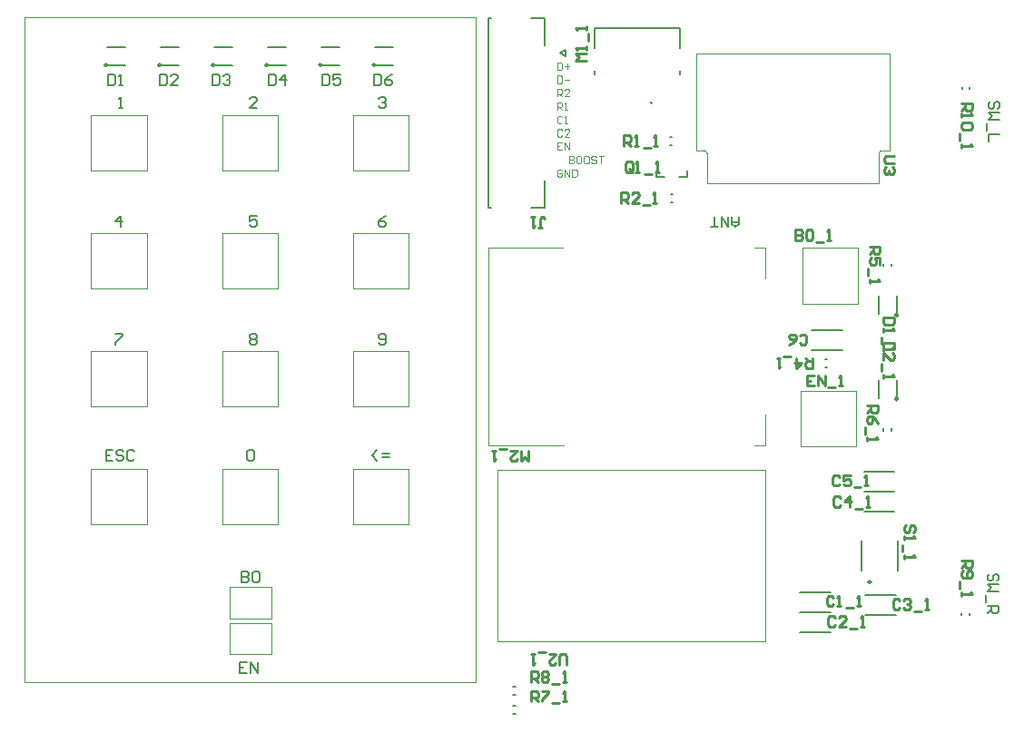
<source format=gto>
G04*
G04 #@! TF.GenerationSoftware,Altium Limited,Altium Designer,21.2.1 (34)*
G04*
G04 Layer_Color=65535*
%FSLAX43Y43*%
%MOMM*%
G71*
G04*
G04 #@! TF.SameCoordinates,D37F3DA0-8DBA-475A-B69E-14A0DF471598*
G04*
G04*
G04 #@! TF.FilePolarity,Positive*
G04*
G01*
G75*
%ADD10C,0.100*%
%ADD11C,0.250*%
%ADD12C,0.200*%
%ADD13C,0.127*%
%ADD14C,0.120*%
%ADD15C,0.254*%
D10*
X62318Y60630D02*
G03*
X62318Y60630I-100J0D01*
G01*
X83808Y56188D02*
G03*
X83488Y55868I0J-320D01*
G01*
X67418D02*
G03*
X67098Y56188I-320J0D01*
G01*
X3822Y6580D02*
X45822D01*
X3822Y68580D02*
X45822D01*
Y6580D02*
Y68580D01*
X3822Y6580D02*
Y68580D01*
X76311Y41877D02*
X81511D01*
X76311Y47077D02*
X81511D01*
Y41877D02*
Y47077D01*
X76311Y41877D02*
Y47077D01*
X76136Y28527D02*
X81336D01*
X76136Y33727D02*
X81336D01*
Y28527D02*
Y33727D01*
X76136Y28527D02*
Y33727D01*
X71863Y47112D02*
X72863D01*
Y44247D02*
Y47112D01*
X72868Y28682D02*
Y31554D01*
X71868Y28682D02*
X72868D01*
X47011Y28689D02*
X54038D01*
X47011D02*
Y29844D01*
Y47097D02*
X47011Y29844D01*
X47011Y47097D02*
X54021D01*
X47902Y10361D02*
Y26361D01*
X72902Y10361D02*
Y26361D01*
X47902D02*
X72902D01*
X47902Y10361D02*
X72902D01*
X83488Y53138D02*
Y55868D01*
X83808Y56188D02*
X84468D01*
Y65218D01*
X66438D02*
X84468D01*
X67418Y53138D02*
Y55868D01*
X66438Y56188D02*
X67098D01*
X66438D02*
Y65218D01*
X67418Y53138D02*
X83488D01*
X26786Y12499D02*
Y15399D01*
X22886Y12499D02*
Y15399D01*
Y12499D02*
X26786D01*
X22886Y15399D02*
X26786D01*
X22886Y12046D02*
X26786D01*
X22886Y9146D02*
X26786D01*
X22886D02*
Y12046D01*
X26786Y9146D02*
Y12046D01*
X34405Y21272D02*
Y26472D01*
X39605Y21272D02*
Y26472D01*
X34405D02*
X39605D01*
X34405Y21272D02*
X39605D01*
X22205D02*
X27405D01*
X22205Y26472D02*
X27405D01*
Y21272D02*
Y26472D01*
X22205Y21272D02*
Y26472D01*
X10000Y21272D02*
X15200D01*
X10000Y26472D02*
X15200D01*
Y21272D02*
Y26472D01*
X10000Y21272D02*
Y26472D01*
X34405Y32280D02*
X39605D01*
X34405Y37480D02*
X39605D01*
Y32280D02*
Y37480D01*
X34405Y32280D02*
Y37480D01*
X22200Y32280D02*
X27400D01*
X22200Y37480D02*
X27400D01*
Y32280D02*
Y37480D01*
X22200Y32280D02*
Y37480D01*
X10000Y32280D02*
X15200D01*
X10000Y37480D02*
X15200D01*
Y32280D02*
Y37480D01*
X10000Y32280D02*
Y37480D01*
X34405Y43285D02*
X39605D01*
X34405Y48485D02*
X39605D01*
Y43285D02*
Y48485D01*
X34405Y43285D02*
Y48485D01*
X22200Y43285D02*
X27400D01*
X22200Y48485D02*
X27400D01*
Y43285D02*
Y48485D01*
X22200Y43285D02*
Y48485D01*
X10000Y43285D02*
X15200D01*
X10000Y48485D02*
X15200D01*
Y43285D02*
Y48485D01*
X10000Y43285D02*
Y48485D01*
X34410Y54297D02*
X39610D01*
X34410Y59497D02*
X39610D01*
Y54297D02*
Y59497D01*
X34410Y54297D02*
Y59497D01*
X22205Y54297D02*
X27405D01*
X22205Y59497D02*
X27405D01*
Y54297D02*
Y59497D01*
X22205Y54297D02*
Y59497D01*
X10005Y54297D02*
X15205D01*
X10005Y59497D02*
X15205D01*
Y54297D02*
Y59497D01*
X10005Y54297D02*
Y59497D01*
D11*
X82722Y15903D02*
G03*
X82722Y15903I-125J0D01*
G01*
X85236Y40822D02*
G03*
X85236Y40822I-125J0D01*
G01*
X85233Y32990D02*
G03*
X85233Y32990I-125J0D01*
G01*
X36511Y64153D02*
G03*
X36511Y64153I-125J0D01*
G01*
X31515Y64153D02*
G03*
X31515Y64153I-125J0D01*
G01*
X26511Y64153D02*
G03*
X26511Y64153I-125J0D01*
G01*
X21515Y64153D02*
G03*
X21515Y64153I-125J0D01*
G01*
X16515Y64153D02*
G03*
X16515Y64153I-125J0D01*
G01*
X11515D02*
G03*
X11515Y64153I-125J0D01*
G01*
D12*
X76092Y14956D02*
X78950D01*
X76092Y13088D02*
X78950D01*
X76092Y13051D02*
X78950D01*
X76092Y11183D02*
X78950D01*
X82182Y12813D02*
X85040D01*
X82182Y14681D02*
X85040D01*
X82067Y24331D02*
X84925D01*
X82067Y22463D02*
X84925D01*
X82057Y26204D02*
X84915D01*
X82057Y24336D02*
X84915D01*
X77207Y39426D02*
X80065D01*
X77207Y37558D02*
X80065D01*
X64919Y63317D02*
Y63617D01*
Y65717D02*
Y67617D01*
X56919Y65717D02*
Y67617D01*
X64919D01*
X56919Y63317D02*
Y63617D01*
X78417Y36707D02*
X78617D01*
X78417Y35957D02*
X78617D01*
X81847Y16989D02*
Y19789D01*
X85247Y16989D02*
Y19789D01*
X85118Y40886D02*
Y42586D01*
X83418Y40886D02*
Y42586D01*
X85115Y33054D02*
Y34754D01*
X83415Y33054D02*
Y34754D01*
X83876Y45388D02*
Y45588D01*
X84626Y45388D02*
Y45588D01*
X84631Y30026D02*
Y30226D01*
X83881Y30026D02*
Y30226D01*
X49352Y3621D02*
X49552D01*
X49352Y4371D02*
X49552D01*
X91930Y12796D02*
Y12996D01*
X91180Y12796D02*
Y12996D01*
X91206Y61931D02*
Y62131D01*
X91956Y61931D02*
Y62131D01*
X65589Y53679D02*
Y54302D01*
X62689Y53679D02*
X63490D01*
X64787D02*
X65589D01*
X62689D02*
Y54302D01*
X63982Y56682D02*
X64182D01*
X63982Y57432D02*
X64182D01*
X64042Y52071D02*
X64242D01*
X64042Y51321D02*
X64242D01*
X49352Y6099D02*
X49552D01*
X49352Y5349D02*
X49552D01*
X36450Y65846D02*
X38150D01*
X36450Y64146D02*
X38150D01*
X31454Y64146D02*
X33154D01*
X31454Y65846D02*
X33154D01*
X26450Y64146D02*
X28150D01*
X26450Y65846D02*
X28150D01*
X21454Y64146D02*
X23154D01*
X21454Y65846D02*
X23154D01*
X16454Y64146D02*
X18154D01*
X16454Y65846D02*
X18154D01*
X11454Y64146D02*
X13154D01*
X11454Y65846D02*
X13154D01*
X70441Y50012D02*
Y49346D01*
X70108Y49013D01*
X69775Y49346D01*
Y50012D01*
Y49513D01*
X70441D01*
X69441Y50012D02*
Y49013D01*
X68775Y50012D01*
Y49013D01*
X68442D02*
X67775D01*
X68108D01*
Y50012D01*
X94479Y15990D02*
X94645Y16156D01*
Y16489D01*
X94479Y16656D01*
X94312D01*
X94145Y16489D01*
Y16156D01*
X93979Y15990D01*
X93812D01*
X93646Y16156D01*
Y16489D01*
X93812Y16656D01*
X94645Y15656D02*
X93646D01*
X93979Y15323D01*
X93646Y14990D01*
X94645D01*
X93479Y14657D02*
Y13990D01*
X93646Y13657D02*
X94645D01*
Y13157D01*
X94479Y12991D01*
X94145D01*
X93979Y13157D01*
Y13657D01*
Y13324D02*
X93646Y12991D01*
X94509Y60049D02*
X94676Y60216D01*
Y60549D01*
X94509Y60715D01*
X94343D01*
X94176Y60549D01*
Y60216D01*
X94010Y60049D01*
X93843D01*
X93676Y60216D01*
Y60549D01*
X93843Y60715D01*
X94676Y59716D02*
X93676D01*
X94010Y59383D01*
X93676Y59049D01*
X94676D01*
X93510Y58716D02*
Y58050D01*
X94676Y57716D02*
X93676D01*
Y57050D01*
X24034Y16857D02*
Y15858D01*
X24533D01*
X24700Y16024D01*
Y16191D01*
X24533Y16358D01*
X24034D01*
X24533D01*
X24700Y16524D01*
Y16691D01*
X24533Y16857D01*
X24034D01*
X25533D02*
X25200D01*
X25033Y16691D01*
Y16024D01*
X25200Y15858D01*
X25533D01*
X25700Y16024D01*
Y16691D01*
X25533Y16857D01*
X24548Y8425D02*
X23881D01*
Y7425D01*
X24548D01*
X23881Y7925D02*
X24214D01*
X24881Y7425D02*
Y8425D01*
X25547Y7425D01*
Y8425D01*
X36403Y63263D02*
Y62264D01*
X36903D01*
X37070Y62430D01*
Y63097D01*
X36903Y63263D01*
X36403D01*
X38069D02*
X37736Y63097D01*
X37403Y62763D01*
Y62430D01*
X37570Y62264D01*
X37903D01*
X38069Y62430D01*
Y62597D01*
X37903Y62763D01*
X37403D01*
X31552Y63263D02*
Y62264D01*
X32052D01*
X32218Y62430D01*
Y63097D01*
X32052Y63263D01*
X31552D01*
X33218D02*
X32552D01*
Y62763D01*
X32885Y62930D01*
X33051D01*
X33218Y62763D01*
Y62430D01*
X33051Y62264D01*
X32718D01*
X32552Y62430D01*
X26548Y63263D02*
Y62264D01*
X27048D01*
X27215Y62430D01*
Y63097D01*
X27048Y63263D01*
X26548D01*
X28048Y62264D02*
Y63263D01*
X27548Y62763D01*
X28214D01*
X21290Y63263D02*
Y62264D01*
X21790D01*
X21957Y62430D01*
Y63097D01*
X21790Y63263D01*
X21290D01*
X22290Y63097D02*
X22457Y63263D01*
X22790D01*
X22956Y63097D01*
Y62930D01*
X22790Y62763D01*
X22623D01*
X22790D01*
X22956Y62597D01*
Y62430D01*
X22790Y62264D01*
X22457D01*
X22290Y62430D01*
X16388Y63263D02*
Y62264D01*
X16888D01*
X17055Y62430D01*
Y63097D01*
X16888Y63263D01*
X16388D01*
X18054Y62264D02*
X17388D01*
X18054Y62930D01*
Y63097D01*
X17888Y63263D01*
X17554D01*
X17388Y63097D01*
X11576Y63263D02*
Y62264D01*
X12076D01*
X12243Y62430D01*
Y63097D01*
X12076Y63263D01*
X11576D01*
X12576Y62264D02*
X12909D01*
X12743D01*
Y63263D01*
X12576Y63097D01*
X36675Y27186D02*
X36175Y27686D01*
X36675Y28186D01*
X37174Y27519D02*
X37841D01*
X37174Y27853D02*
X37841D01*
X24533Y28019D02*
X24700Y28186D01*
X25033D01*
X25200Y28019D01*
Y27353D01*
X25033Y27186D01*
X24700D01*
X24533Y27353D01*
Y28019D01*
X12034Y28186D02*
X11367D01*
Y27186D01*
X12034D01*
X11367Y27686D02*
X11700D01*
X13033Y28019D02*
X12867Y28186D01*
X12533D01*
X12367Y28019D01*
Y27853D01*
X12533Y27686D01*
X12867D01*
X13033Y27519D01*
Y27353D01*
X12867Y27186D01*
X12533D01*
X12367Y27353D01*
X14033Y28019D02*
X13866Y28186D01*
X13533D01*
X13366Y28019D01*
Y27353D01*
X13533Y27186D01*
X13866D01*
X14033Y27353D01*
X36802Y38224D02*
X36968Y38057D01*
X37301D01*
X37468Y38224D01*
Y38890D01*
X37301Y39057D01*
X36968D01*
X36802Y38890D01*
Y38724D01*
X36968Y38557D01*
X37468D01*
X24762Y38890D02*
X24929Y39057D01*
X25262D01*
X25428Y38890D01*
Y38724D01*
X25262Y38557D01*
X25428Y38391D01*
Y38224D01*
X25262Y38057D01*
X24929D01*
X24762Y38224D01*
Y38391D01*
X24929Y38557D01*
X24762Y38724D01*
Y38890D01*
X24929Y38557D02*
X25262D01*
X12265Y39057D02*
X12932D01*
Y38890D01*
X12265Y38224D01*
Y38057D01*
X37468Y50081D02*
X37135Y49914D01*
X36802Y49581D01*
Y49248D01*
X36968Y49081D01*
X37301D01*
X37468Y49248D01*
Y49414D01*
X37301Y49581D01*
X36802D01*
X25428Y50081D02*
X24762D01*
Y49581D01*
X25095Y49747D01*
X25262D01*
X25428Y49581D01*
Y49248D01*
X25262Y49081D01*
X24929D01*
X24762Y49248D01*
X12765Y49081D02*
Y50081D01*
X12265Y49581D01*
X12932D01*
X36802Y61014D02*
X36968Y61180D01*
X37301D01*
X37468Y61014D01*
Y60847D01*
X37301Y60681D01*
X37135D01*
X37301D01*
X37468Y60514D01*
Y60347D01*
X37301Y60181D01*
X36968D01*
X36802Y60347D01*
X25428Y60181D02*
X24762D01*
X25428Y60847D01*
Y61014D01*
X25262Y61180D01*
X24929D01*
X24762Y61014D01*
X12584Y60181D02*
X12917D01*
X12751D01*
Y61180D01*
X12584Y61014D01*
D13*
X52287Y50854D02*
Y53334D01*
Y66024D02*
Y68504D01*
X47087Y50854D02*
Y68504D01*
X50987D02*
X52287D01*
X50987Y50854D02*
X52287D01*
X54252Y64992D02*
Y65592D01*
X53752Y65292D02*
X54252Y64992D01*
X53752Y65292D02*
X54252Y65592D01*
X47087Y68504D02*
X47337D01*
X47087Y50854D02*
X47337D01*
D14*
X53918Y56915D02*
X53451D01*
Y56215D01*
X53918D01*
X53451Y56565D02*
X53685D01*
X54151Y56215D02*
Y56915D01*
X54618Y56215D01*
Y56915D01*
X53918Y58046D02*
X53801Y58162D01*
X53568D01*
X53451Y58046D01*
Y57579D01*
X53568Y57463D01*
X53801D01*
X53918Y57579D01*
X54618Y57463D02*
X54151D01*
X54618Y57929D01*
Y58046D01*
X54501Y58162D01*
X54268D01*
X54151Y58046D01*
X54545Y55668D02*
Y54968D01*
X54895D01*
X55011Y55084D01*
Y55201D01*
X54895Y55318D01*
X54545D01*
X54895D01*
X55011Y55434D01*
Y55551D01*
X54895Y55668D01*
X54545D01*
X55594D02*
X55361D01*
X55245Y55551D01*
Y55084D01*
X55361Y54968D01*
X55594D01*
X55711Y55084D01*
Y55551D01*
X55594Y55668D01*
X56294D02*
X56061D01*
X55944Y55551D01*
Y55084D01*
X56061Y54968D01*
X56294D01*
X56411Y55084D01*
Y55551D01*
X56294Y55668D01*
X57111Y55551D02*
X56994Y55668D01*
X56761D01*
X56644Y55551D01*
Y55434D01*
X56761Y55318D01*
X56994D01*
X57111Y55201D01*
Y55084D01*
X56994Y54968D01*
X56761D01*
X56644Y55084D01*
X57344Y55668D02*
X57810D01*
X57577D01*
Y54968D01*
X53451Y63152D02*
Y62452D01*
X53801D01*
X53918Y62569D01*
Y63035D01*
X53801Y63152D01*
X53451D01*
X54151Y62802D02*
X54618D01*
X53918Y54304D02*
X53801Y54420D01*
X53568D01*
X53451Y54304D01*
Y53837D01*
X53568Y53720D01*
X53801D01*
X53918Y53837D01*
Y54070D01*
X53685D01*
X54151Y53720D02*
Y54420D01*
X54618Y53720D01*
Y54420D01*
X54851D02*
Y53720D01*
X55201D01*
X55317Y53837D01*
Y54304D01*
X55201Y54420D01*
X54851D01*
X53918Y59293D02*
X53801Y59410D01*
X53568D01*
X53451Y59293D01*
Y58827D01*
X53568Y58710D01*
X53801D01*
X53918Y58827D01*
X54151Y58710D02*
X54384D01*
X54268D01*
Y59410D01*
X54151Y59293D01*
X53451Y59957D02*
Y60657D01*
X53801D01*
X53918Y60541D01*
Y60307D01*
X53801Y60191D01*
X53451D01*
X53685D02*
X53918Y59957D01*
X54151D02*
X54384D01*
X54268D01*
Y60657D01*
X54151Y60541D01*
X53451Y61205D02*
Y61905D01*
X53801D01*
X53918Y61788D01*
Y61555D01*
X53801Y61438D01*
X53451D01*
X53685D02*
X53918Y61205D01*
X54618D02*
X54151D01*
X54618Y61671D01*
Y61788D01*
X54501Y61905D01*
X54268D01*
X54151Y61788D01*
X53451Y64399D02*
Y63700D01*
X53801D01*
X53918Y63816D01*
Y64283D01*
X53801Y64399D01*
X53451D01*
X54151Y64050D02*
X54618D01*
X54384Y64283D02*
Y63816D01*
D15*
X75645Y48775D02*
Y47776D01*
X76145D01*
X76311Y47942D01*
Y48109D01*
X76145Y48275D01*
X75645D01*
X76145D01*
X76311Y48442D01*
Y48609D01*
X76145Y48775D01*
X75645D01*
X77145D02*
X76811D01*
X76645Y48609D01*
Y47942D01*
X76811Y47776D01*
X77145D01*
X77311Y47942D01*
Y48609D01*
X77145Y48775D01*
X77644Y47609D02*
X78311D01*
X78644Y47776D02*
X78977D01*
X78811D01*
Y48775D01*
X78644Y48609D01*
X79255Y14464D02*
X79088Y14630D01*
X78755D01*
X78588Y14464D01*
Y13797D01*
X78755Y13631D01*
X79088D01*
X79255Y13797D01*
X79588Y13631D02*
X79921D01*
X79755D01*
Y14630D01*
X79588Y14464D01*
X80421Y13464D02*
X81088D01*
X81421Y13631D02*
X81754D01*
X81587D01*
Y14630D01*
X81421Y14464D01*
X79396Y12534D02*
X79230Y12700D01*
X78897D01*
X78730Y12534D01*
Y11867D01*
X78897Y11701D01*
X79230D01*
X79396Y11867D01*
X80396Y11701D02*
X79730D01*
X80396Y12367D01*
Y12534D01*
X80230Y12700D01*
X79896D01*
X79730Y12534D01*
X80729Y11534D02*
X81396D01*
X81729Y11701D02*
X82062D01*
X81896D01*
Y12700D01*
X81729Y12534D01*
X85436Y14164D02*
X85270Y14330D01*
X84937D01*
X84770Y14164D01*
Y13497D01*
X84937Y13331D01*
X85270D01*
X85436Y13497D01*
X85770Y14164D02*
X85936Y14330D01*
X86270D01*
X86436Y14164D01*
Y13997D01*
X86270Y13830D01*
X86103D01*
X86270D01*
X86436Y13664D01*
Y13497D01*
X86270Y13331D01*
X85936D01*
X85770Y13497D01*
X86769Y13164D02*
X87436D01*
X87769Y13331D02*
X88102D01*
X87936D01*
Y14330D01*
X87769Y14164D01*
X79913Y23725D02*
X79746Y23892D01*
X79413D01*
X79247Y23725D01*
Y23059D01*
X79413Y22892D01*
X79746D01*
X79913Y23059D01*
X80746Y22892D02*
Y23892D01*
X80246Y23392D01*
X80913D01*
X81246Y22726D02*
X81912D01*
X82246Y22892D02*
X82579D01*
X82412D01*
Y23892D01*
X82246Y23725D01*
X79796Y25714D02*
X79630Y25880D01*
X79297D01*
X79130Y25714D01*
Y25047D01*
X79297Y24881D01*
X79630D01*
X79796Y25047D01*
X80796Y25880D02*
X80130D01*
Y25380D01*
X80463Y25547D01*
X80630D01*
X80796Y25380D01*
Y25047D01*
X80630Y24881D01*
X80296D01*
X80130Y25047D01*
X81129Y24714D02*
X81796D01*
X82129Y24881D02*
X82462D01*
X82296D01*
Y25880D01*
X82129Y25714D01*
X76053Y38184D02*
X76219Y38017D01*
X76553D01*
X76719Y38184D01*
Y38850D01*
X76553Y39017D01*
X76219D01*
X76053Y38850D01*
X75053Y38017D02*
X75386Y38184D01*
X75720Y38517D01*
Y38850D01*
X75553Y39017D01*
X75220D01*
X75053Y38850D01*
Y38684D01*
X75220Y38517D01*
X75720D01*
X77418Y35195D02*
X76752D01*
Y34196D01*
X77418D01*
X76752Y34696D02*
X77085D01*
X77752Y34196D02*
Y35195D01*
X78418Y34196D01*
Y35195D01*
X78751Y34029D02*
X79418D01*
X79751Y34196D02*
X80084D01*
X79917D01*
Y35195D01*
X79751Y35029D01*
X56166Y64569D02*
X55166D01*
X55499Y64902D01*
X55166Y65235D01*
X56166D01*
Y65568D02*
Y65902D01*
Y65735D01*
X55166D01*
X55333Y65568D01*
X56332Y66401D02*
Y67068D01*
X56166Y67401D02*
Y67734D01*
Y67568D01*
X55166D01*
X55333Y67401D01*
X50749Y28178D02*
Y27179D01*
X50416Y27512D01*
X50083Y27179D01*
Y28178D01*
X49083D02*
X49750D01*
X49083Y27512D01*
Y27345D01*
X49250Y27179D01*
X49583D01*
X49750Y27345D01*
X48750Y28345D02*
X48084D01*
X47750Y28178D02*
X47417D01*
X47584D01*
Y27179D01*
X47750Y27345D01*
X77266Y36815D02*
Y35816D01*
X76766D01*
X76599Y35982D01*
Y36315D01*
X76766Y36482D01*
X77266D01*
X76933D02*
X76599Y36815D01*
X75766D02*
Y35816D01*
X76266Y36315D01*
X75600D01*
X75267Y36982D02*
X74600D01*
X74267Y36815D02*
X73934D01*
X74100D01*
Y35816D01*
X74267Y35982D01*
X86688Y20538D02*
X86854Y20705D01*
Y21038D01*
X86688Y21205D01*
X86521D01*
X86354Y21038D01*
Y20705D01*
X86188Y20538D01*
X86021D01*
X85855Y20705D01*
Y21038D01*
X86021Y21205D01*
X85855Y20205D02*
Y19872D01*
Y20039D01*
X86854D01*
X86688Y20205D01*
X85688Y19372D02*
Y18706D01*
X85855Y18372D02*
Y18039D01*
Y18206D01*
X86854D01*
X86688Y18372D01*
X54351Y8173D02*
Y9006D01*
X54184Y9172D01*
X53851D01*
X53684Y9006D01*
Y8173D01*
X52685Y9172D02*
X53351D01*
X52685Y8506D01*
Y8339D01*
X52851Y8173D01*
X53184D01*
X53351Y8339D01*
X52351Y9339D02*
X51685D01*
X51352Y9172D02*
X51018D01*
X51185D01*
Y8173D01*
X51352Y8339D01*
X84874Y40590D02*
X83875D01*
Y40090D01*
X84041Y39923D01*
X84708D01*
X84874Y40090D01*
Y40590D01*
X83875Y39590D02*
Y39257D01*
Y39424D01*
X84874D01*
X84708Y39590D01*
X83708Y38757D02*
Y38091D01*
X83875Y37757D02*
Y37424D01*
Y37591D01*
X84874D01*
X84708Y37757D01*
X84874Y38248D02*
X83875D01*
Y37748D01*
X84041Y37582D01*
X84708D01*
X84874Y37748D01*
Y38248D01*
X83875Y36582D02*
Y37249D01*
X84541Y36582D01*
X84708D01*
X84874Y36749D01*
Y37082D01*
X84708Y37249D01*
X83708Y36249D02*
Y35582D01*
X83875Y35249D02*
Y34916D01*
Y35083D01*
X84874D01*
X84708Y35249D01*
X82575Y47148D02*
X83574D01*
Y46648D01*
X83408Y46482D01*
X83074D01*
X82908Y46648D01*
Y47148D01*
Y46815D02*
X82575Y46482D01*
X83574Y45482D02*
Y46149D01*
X83074D01*
X83241Y45815D01*
Y45649D01*
X83074Y45482D01*
X82741D01*
X82575Y45649D01*
Y45982D01*
X82741Y46149D01*
X82408Y45149D02*
Y44482D01*
X82575Y44149D02*
Y43816D01*
Y43983D01*
X83574D01*
X83408Y44149D01*
X82375Y32367D02*
X83375D01*
Y31867D01*
X83208Y31700D01*
X82875D01*
X82708Y31867D01*
Y32367D01*
Y32034D02*
X82375Y31700D01*
X83375Y30701D02*
X83208Y31034D01*
X82875Y31367D01*
X82542D01*
X82375Y31201D01*
Y30867D01*
X82542Y30701D01*
X82708D01*
X82875Y30867D01*
Y31367D01*
X82208Y30367D02*
Y29701D01*
X82375Y29368D02*
Y29035D01*
Y29201D01*
X83375D01*
X83208Y29368D01*
X51003Y4736D02*
Y5735D01*
X51503D01*
X51669Y5569D01*
Y5235D01*
X51503Y5069D01*
X51003D01*
X51336D02*
X51669Y4736D01*
X52003Y5735D02*
X52669D01*
Y5569D01*
X52003Y4902D01*
Y4736D01*
X53002Y4569D02*
X53669D01*
X54002Y4736D02*
X54335D01*
X54169D01*
Y5735D01*
X54002Y5569D01*
X91154Y17921D02*
X92154D01*
Y17421D01*
X91987Y17254D01*
X91654D01*
X91487Y17421D01*
Y17921D01*
Y17588D02*
X91154Y17254D01*
X91321Y16921D02*
X91154Y16754D01*
Y16421D01*
X91321Y16255D01*
X91987D01*
X92154Y16421D01*
Y16754D01*
X91987Y16921D01*
X91820D01*
X91654Y16754D01*
Y16255D01*
X90987Y15921D02*
Y15255D01*
X91154Y14922D02*
Y14589D01*
Y14755D01*
X92154D01*
X91987Y14922D01*
X91138Y60596D02*
X92137D01*
Y60096D01*
X91971Y59929D01*
X91637D01*
X91471Y60096D01*
Y60596D01*
Y60263D02*
X91138Y59929D01*
Y59596D02*
Y59263D01*
Y59429D01*
X92137D01*
X91971Y59596D01*
Y58763D02*
X92137Y58596D01*
Y58263D01*
X91971Y58097D01*
X91304D01*
X91138Y58263D01*
Y58596D01*
X91304Y58763D01*
X91971D01*
X90971Y57763D02*
Y57097D01*
X91138Y56764D02*
Y56430D01*
Y56597D01*
X92137D01*
X91971Y56764D01*
X60469Y54336D02*
Y55003D01*
X60303Y55169D01*
X59969D01*
X59803Y55003D01*
Y54336D01*
X59969Y54170D01*
X60303D01*
X60136Y54503D02*
X60469Y54170D01*
X60303D02*
X60469Y54336D01*
X60802Y54170D02*
X61136D01*
X60969D01*
Y55169D01*
X60802Y55003D01*
X61635Y54003D02*
X62302D01*
X62635Y54170D02*
X62968D01*
X62802D01*
Y55169D01*
X62635Y55003D01*
X59664Y56572D02*
Y57572D01*
X60164D01*
X60331Y57405D01*
Y57072D01*
X60164Y56905D01*
X59664D01*
X59997D02*
X60331Y56572D01*
X60664D02*
X60997D01*
X60830D01*
Y57572D01*
X60664Y57405D01*
X61497Y56405D02*
X62163D01*
X62497Y56572D02*
X62830D01*
X62663D01*
Y57572D01*
X62497Y57405D01*
X59411Y51259D02*
Y52259D01*
X59911D01*
X60078Y52092D01*
Y51759D01*
X59911Y51592D01*
X59411D01*
X59745D02*
X60078Y51259D01*
X61078D02*
X60411D01*
X61078Y51925D01*
Y52092D01*
X60911Y52259D01*
X60578D01*
X60411Y52092D01*
X61411Y51092D02*
X62077D01*
X62410Y51259D02*
X62744D01*
X62577D01*
Y52259D01*
X62410Y52092D01*
X84924Y55619D02*
X84091D01*
X83924Y55453D01*
Y55119D01*
X84091Y54953D01*
X84924D01*
X84757Y54620D02*
X84924Y54453D01*
Y54120D01*
X84757Y53953D01*
X84591D01*
X84424Y54120D01*
Y54286D01*
Y54120D01*
X84257Y53953D01*
X84091D01*
X83924Y54120D01*
Y54453D01*
X84091Y54620D01*
X51668Y48943D02*
X52001D01*
X51835D01*
Y49776D01*
X52001Y49942D01*
X52168D01*
X52335Y49776D01*
X51335Y49942D02*
X51002D01*
X51168D01*
Y48943D01*
X51335Y49109D01*
X51003Y6553D02*
Y7552D01*
X51503D01*
X51669Y7386D01*
Y7053D01*
X51503Y6886D01*
X51003D01*
X51336D02*
X51669Y6553D01*
X52003Y7386D02*
X52169Y7552D01*
X52503D01*
X52669Y7386D01*
Y7219D01*
X52503Y7053D01*
X52669Y6886D01*
Y6719D01*
X52503Y6553D01*
X52169D01*
X52003Y6719D01*
Y6886D01*
X52169Y7053D01*
X52003Y7219D01*
Y7386D01*
X52169Y7053D02*
X52503D01*
X53002Y6386D02*
X53669D01*
X54002Y6553D02*
X54335D01*
X54169D01*
Y7552D01*
X54002Y7386D01*
M02*

</source>
